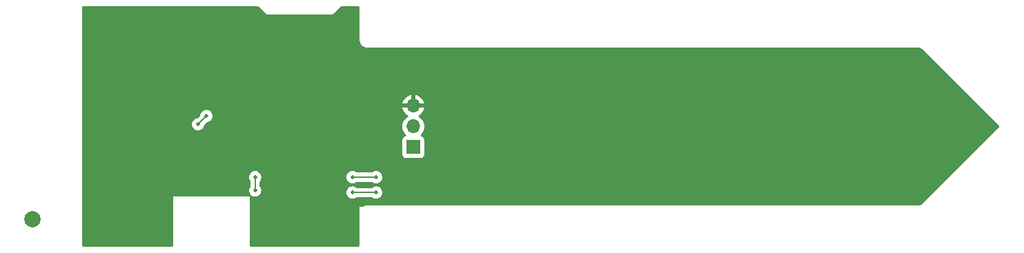
<source format=gbl>
%TF.GenerationSoftware,KiCad,Pcbnew,8.0.2*%
%TF.CreationDate,2024-06-01T12:45:28+02:00*%
%TF.ProjectId,LoraSensor,4c6f7261-5365-46e7-936f-722e6b696361,rev?*%
%TF.SameCoordinates,Original*%
%TF.FileFunction,Copper,L2,Bot*%
%TF.FilePolarity,Positive*%
%FSLAX46Y46*%
G04 Gerber Fmt 4.6, Leading zero omitted, Abs format (unit mm)*
G04 Created by KiCad (PCBNEW 8.0.2) date 2024-06-01 12:45:28*
%MOMM*%
%LPD*%
G01*
G04 APERTURE LIST*
%TA.AperFunction,HeatsinkPad*%
%ADD10R,1.600000X0.500000*%
%TD*%
%TA.AperFunction,ComponentPad*%
%ADD11C,2.000000*%
%TD*%
%TA.AperFunction,ComponentPad*%
%ADD12R,1.700000X1.700000*%
%TD*%
%TA.AperFunction,ComponentPad*%
%ADD13O,1.700000X1.700000*%
%TD*%
%TA.AperFunction,ViaPad*%
%ADD14C,0.500000*%
%TD*%
%TA.AperFunction,Conductor*%
%ADD15C,0.127000*%
%TD*%
G04 APERTURE END LIST*
D10*
%TO.P,U1,7,PAD*%
%TO.N,GND*%
X176031400Y-69886300D03*
%TD*%
D11*
%TO.P,TP3,1,1*%
%TO.N,Net-(AE2-FEED)*%
X147320000Y-85090000D03*
%TD*%
D12*
%TO.P,J6,1,Pin_1*%
%TO.N,/SENSE_SENSOR*%
X194056000Y-76200000D03*
D13*
%TO.P,J6,2,Pin_2*%
%TO.N,/PWM_SENSOR*%
X194056000Y-73660000D03*
%TO.P,J6,3,Pin_3*%
%TO.N,GND*%
X194056000Y-71120000D03*
%TD*%
D14*
%TO.N,GND*%
X158242000Y-73003830D03*
X159258000Y-59563000D03*
X155676600Y-68961000D03*
X173884500Y-68402200D03*
X153924000Y-69310250D03*
X157378400Y-66471800D03*
X155346400Y-78359000D03*
X157378400Y-70281800D03*
X157378400Y-74091800D03*
X159258000Y-75607336D03*
X153924000Y-62261750D03*
X176276000Y-62484000D03*
X154914600Y-61264800D03*
X155321000Y-76911200D03*
X155829000Y-76403200D03*
X154813000Y-77419200D03*
X161417000Y-83185000D03*
X157480000Y-59309000D03*
X153924000Y-72834500D03*
X185775600Y-60604400D03*
X157378400Y-67995800D03*
X155676600Y-73533000D03*
X153924000Y-65786000D03*
X159258000Y-67564002D03*
X155676600Y-71247000D03*
X157378400Y-65709800D03*
X156337000Y-75895200D03*
X157378400Y-72567800D03*
X205740000Y-76708000D03*
X159258000Y-69172668D03*
X159207200Y-74015600D03*
X158242000Y-66823166D03*
X158242000Y-65278000D03*
X157099000Y-61595000D03*
X158242000Y-71458664D03*
X154686000Y-68453000D03*
X159258000Y-70781334D03*
X155676600Y-64312800D03*
X154686000Y-59690000D03*
X173355000Y-72771000D03*
X153797000Y-78435200D03*
X168021000Y-79629000D03*
X202692000Y-70866000D03*
X154914600Y-74726800D03*
X159004000Y-64770000D03*
X157378400Y-74853800D03*
X184150000Y-63246000D03*
X155676600Y-68199000D03*
X157988000Y-76022200D03*
X153924000Y-64023875D03*
X156591000Y-59563000D03*
X155676600Y-69723000D03*
X159258000Y-72390000D03*
X156159200Y-60934600D03*
X155676600Y-65913000D03*
X177596800Y-69900800D03*
X155448000Y-74193400D03*
X153924000Y-67548125D03*
X155676600Y-72771000D03*
X157378400Y-71043800D03*
X177800000Y-79883000D03*
X155676600Y-72009000D03*
X174879000Y-86741000D03*
X158242000Y-69913498D03*
X158394400Y-74803000D03*
X168021000Y-65024000D03*
X173482000Y-62738000D03*
X155676600Y-70485000D03*
X156845000Y-75387200D03*
X154381200Y-75285600D03*
X153847800Y-75844400D03*
X157378400Y-64947800D03*
X199390000Y-74676000D03*
X154660600Y-64897000D03*
X154686000Y-71983600D03*
X171196000Y-61958600D03*
X158013400Y-61188600D03*
X174218600Y-69900800D03*
X157378400Y-69519800D03*
X155676600Y-67437000D03*
X157378400Y-68757800D03*
X157378400Y-67233800D03*
X153924000Y-71072375D03*
X184150000Y-70739000D03*
X156845000Y-77241400D03*
X158089600Y-77317600D03*
X155676600Y-65151000D03*
X157378400Y-73329800D03*
X159258000Y-65955336D03*
X154686000Y-70307200D03*
X153924000Y-60499625D03*
X155448000Y-62890400D03*
X154686000Y-73660000D03*
X155448000Y-63627000D03*
X180721000Y-86741000D03*
X158242000Y-68368332D03*
X159258000Y-61976000D03*
X154305000Y-77927200D03*
X155676600Y-66675000D03*
X155600400Y-62077600D03*
X154686000Y-66675000D03*
X156387800Y-78308200D03*
X157378400Y-71805800D03*
%TO.N,/SENSE*%
X186563000Y-81788000D03*
X189484000Y-81788000D03*
%TO.N,+3V3*%
X168656000Y-72390000D03*
X167640000Y-73406000D03*
%TO.N,/PWM*%
X186563000Y-79883000D03*
X189484000Y-79883000D03*
%TO.N,/SDA*%
X174625000Y-81534000D03*
X174625000Y-79899000D03*
%TD*%
D15*
%TO.N,/SENSE*%
X189484000Y-81788000D02*
X186563000Y-81788000D01*
%TO.N,+3V3*%
X167640000Y-73406000D02*
X168656000Y-72390000D01*
%TO.N,/PWM*%
X186563000Y-79883000D02*
X189484000Y-79883000D01*
%TO.N,/SDA*%
X174625000Y-79899000D02*
X174625000Y-81534000D01*
%TD*%
%TA.AperFunction,Conductor*%
%TO.N,GND*%
G36*
X175068363Y-58940185D02*
G01*
X175089005Y-58956819D01*
X175968686Y-59836500D01*
X176082814Y-59902392D01*
X176210108Y-59936500D01*
X176210110Y-59936500D01*
X183961890Y-59936500D01*
X183961892Y-59936500D01*
X184089186Y-59902392D01*
X184203314Y-59836500D01*
X185082995Y-58956819D01*
X185144318Y-58923334D01*
X185170676Y-58920500D01*
X187335500Y-58920500D01*
X187402539Y-58940185D01*
X187448294Y-58992989D01*
X187459500Y-59044500D01*
X187459500Y-63080234D01*
X187490142Y-63254015D01*
X187550498Y-63419841D01*
X187550499Y-63419842D01*
X187638727Y-63572657D01*
X187638732Y-63572663D01*
X187676989Y-63618256D01*
X187705002Y-63682264D01*
X187706000Y-63697962D01*
X187706000Y-63754000D01*
X187762037Y-63754000D01*
X187829076Y-63773685D01*
X187841742Y-63783010D01*
X187887337Y-63821268D01*
X187887340Y-63821271D01*
X188040157Y-63909500D01*
X188040158Y-63909501D01*
X188040159Y-63909501D01*
X188040162Y-63909503D01*
X188205984Y-63969857D01*
X188379768Y-64000500D01*
X188402108Y-64000500D01*
X256255424Y-64000500D01*
X256255468Y-64000502D01*
X256263703Y-64000501D01*
X256263708Y-64000503D01*
X256281319Y-64000502D01*
X256348356Y-64020180D01*
X256369006Y-64036820D01*
X265904505Y-73572318D01*
X265937990Y-73633641D01*
X265933006Y-73703333D01*
X265904505Y-73747680D01*
X256369005Y-83283179D01*
X256307682Y-83316664D01*
X256281320Y-83319497D01*
X256263708Y-83319497D01*
X256263706Y-83319497D01*
X256255468Y-83319497D01*
X256255424Y-83319500D01*
X188379765Y-83319500D01*
X188205984Y-83350142D01*
X188040158Y-83410498D01*
X188040157Y-83410499D01*
X187887340Y-83498728D01*
X187887337Y-83498731D01*
X187841742Y-83536990D01*
X187777734Y-83565002D01*
X187762037Y-83566000D01*
X187452000Y-83566000D01*
X187452000Y-88275500D01*
X187432315Y-88342539D01*
X187379511Y-88388294D01*
X187328000Y-88399500D01*
X174114000Y-88399502D01*
X174046961Y-88379817D01*
X174001206Y-88327013D01*
X173990000Y-88275502D01*
X173990000Y-82296000D01*
X164592000Y-82296000D01*
X164592000Y-88275505D01*
X164572315Y-88342544D01*
X164519511Y-88388299D01*
X164468000Y-88399505D01*
X153540000Y-88399507D01*
X153472961Y-88379822D01*
X153427206Y-88327018D01*
X153416000Y-88275507D01*
X153416000Y-79898997D01*
X173869751Y-79898997D01*
X173869751Y-79899002D01*
X173888685Y-80067056D01*
X173944545Y-80226694D01*
X173944547Y-80226697D01*
X174038227Y-80375786D01*
X174036970Y-80376575D01*
X174060355Y-80433849D01*
X174061000Y-80446480D01*
X174061000Y-80986519D01*
X174041315Y-81053558D01*
X174034924Y-81062469D01*
X173944547Y-81206302D01*
X173944545Y-81206305D01*
X173888685Y-81365943D01*
X173869751Y-81533997D01*
X173869751Y-81534002D01*
X173888685Y-81702056D01*
X173944545Y-81861694D01*
X173944547Y-81861697D01*
X174034518Y-82004884D01*
X174034523Y-82004890D01*
X174113952Y-82084319D01*
X174135921Y-82124552D01*
X174179973Y-82140728D01*
X174297307Y-82214454D01*
X174297305Y-82214454D01*
X174297309Y-82214455D01*
X174297310Y-82214456D01*
X174369913Y-82239860D01*
X174456943Y-82270314D01*
X174624997Y-82289249D01*
X174625000Y-82289249D01*
X174625003Y-82289249D01*
X174793056Y-82270314D01*
X174825721Y-82258884D01*
X174952690Y-82214456D01*
X174952692Y-82214454D01*
X174952694Y-82214454D01*
X174952697Y-82214452D01*
X175095884Y-82124481D01*
X175095885Y-82124480D01*
X175095890Y-82124477D01*
X175215477Y-82004890D01*
X175305452Y-81861697D01*
X175305454Y-81861694D01*
X175305454Y-81861692D01*
X175305456Y-81861690D01*
X175331242Y-81787997D01*
X185807751Y-81787997D01*
X185807751Y-81788002D01*
X185826685Y-81956056D01*
X185882545Y-82115694D01*
X185882547Y-82115697D01*
X185972518Y-82258884D01*
X185972523Y-82258890D01*
X186092109Y-82378476D01*
X186092115Y-82378481D01*
X186235302Y-82468452D01*
X186235305Y-82468454D01*
X186235309Y-82468455D01*
X186235310Y-82468456D01*
X186307913Y-82493860D01*
X186394943Y-82524314D01*
X186562997Y-82543249D01*
X186563000Y-82543249D01*
X186563003Y-82543249D01*
X186731056Y-82524314D01*
X186731059Y-82524313D01*
X186890690Y-82468456D01*
X186890692Y-82468454D01*
X186890694Y-82468454D01*
X186890697Y-82468452D01*
X187039786Y-82374773D01*
X187040575Y-82376029D01*
X187097849Y-82352645D01*
X187110480Y-82352000D01*
X188936520Y-82352000D01*
X189003559Y-82371685D01*
X189012469Y-82378075D01*
X189156302Y-82468452D01*
X189156305Y-82468454D01*
X189156309Y-82468455D01*
X189156310Y-82468456D01*
X189228913Y-82493860D01*
X189315943Y-82524314D01*
X189483997Y-82543249D01*
X189484000Y-82543249D01*
X189484003Y-82543249D01*
X189652056Y-82524314D01*
X189652059Y-82524313D01*
X189811690Y-82468456D01*
X189811692Y-82468454D01*
X189811694Y-82468454D01*
X189811697Y-82468452D01*
X189954884Y-82378481D01*
X189954885Y-82378480D01*
X189954890Y-82378477D01*
X190074477Y-82258890D01*
X190102398Y-82214454D01*
X190164452Y-82115697D01*
X190164454Y-82115694D01*
X190164454Y-82115692D01*
X190164456Y-82115690D01*
X190220313Y-81956059D01*
X190220313Y-81956058D01*
X190220314Y-81956056D01*
X190239249Y-81788002D01*
X190239249Y-81787997D01*
X190220314Y-81619943D01*
X190164454Y-81460305D01*
X190164452Y-81460302D01*
X190074481Y-81317115D01*
X190074476Y-81317109D01*
X189954890Y-81197523D01*
X189954884Y-81197518D01*
X189811697Y-81107547D01*
X189811694Y-81107545D01*
X189652056Y-81051685D01*
X189484003Y-81032751D01*
X189483997Y-81032751D01*
X189315943Y-81051685D01*
X189156305Y-81107545D01*
X189156302Y-81107547D01*
X189007214Y-81201227D01*
X189006424Y-81199970D01*
X188949151Y-81223355D01*
X188936520Y-81224000D01*
X187110480Y-81224000D01*
X187043441Y-81204315D01*
X187034530Y-81197924D01*
X186890697Y-81107547D01*
X186890694Y-81107545D01*
X186731056Y-81051685D01*
X186563003Y-81032751D01*
X186562997Y-81032751D01*
X186394943Y-81051685D01*
X186235305Y-81107545D01*
X186235302Y-81107547D01*
X186092115Y-81197518D01*
X186092109Y-81197523D01*
X185972523Y-81317109D01*
X185972518Y-81317115D01*
X185882547Y-81460302D01*
X185882545Y-81460305D01*
X185826685Y-81619943D01*
X185807751Y-81787997D01*
X175331242Y-81787997D01*
X175361313Y-81702059D01*
X175361313Y-81702058D01*
X175361314Y-81702056D01*
X175380249Y-81534002D01*
X175380249Y-81533997D01*
X175361314Y-81365943D01*
X175305454Y-81206305D01*
X175305452Y-81206302D01*
X175211773Y-81057214D01*
X175213027Y-81056425D01*
X175189644Y-80999138D01*
X175189000Y-80986519D01*
X175189000Y-80446480D01*
X175208685Y-80379441D01*
X175215075Y-80370530D01*
X175305452Y-80226697D01*
X175305454Y-80226694D01*
X175305454Y-80226692D01*
X175305456Y-80226690D01*
X175361313Y-80067059D01*
X175361313Y-80067058D01*
X175361314Y-80067056D01*
X175380249Y-79899002D01*
X175380249Y-79898997D01*
X175378446Y-79882997D01*
X185807751Y-79882997D01*
X185807751Y-79883002D01*
X185826685Y-80051056D01*
X185882545Y-80210694D01*
X185882547Y-80210697D01*
X185972518Y-80353884D01*
X185972523Y-80353890D01*
X186092109Y-80473476D01*
X186092115Y-80473481D01*
X186235302Y-80563452D01*
X186235305Y-80563454D01*
X186235309Y-80563455D01*
X186235310Y-80563456D01*
X186307913Y-80588860D01*
X186394943Y-80619314D01*
X186562997Y-80638249D01*
X186563000Y-80638249D01*
X186563003Y-80638249D01*
X186731056Y-80619314D01*
X186731059Y-80619313D01*
X186890690Y-80563456D01*
X186890692Y-80563454D01*
X186890694Y-80563454D01*
X186890697Y-80563452D01*
X187039786Y-80469773D01*
X187040575Y-80471029D01*
X187097849Y-80447645D01*
X187110480Y-80447000D01*
X188936520Y-80447000D01*
X189003559Y-80466685D01*
X189012469Y-80473075D01*
X189156302Y-80563452D01*
X189156305Y-80563454D01*
X189156309Y-80563455D01*
X189156310Y-80563456D01*
X189228913Y-80588860D01*
X189315943Y-80619314D01*
X189483997Y-80638249D01*
X189484000Y-80638249D01*
X189484003Y-80638249D01*
X189652056Y-80619314D01*
X189652059Y-80619313D01*
X189811690Y-80563456D01*
X189811692Y-80563454D01*
X189811694Y-80563454D01*
X189811697Y-80563452D01*
X189954884Y-80473481D01*
X189954885Y-80473480D01*
X189954890Y-80473477D01*
X190074477Y-80353890D01*
X190154400Y-80226694D01*
X190164452Y-80210697D01*
X190164454Y-80210694D01*
X190164454Y-80210692D01*
X190164456Y-80210690D01*
X190220313Y-80051059D01*
X190220313Y-80051058D01*
X190220314Y-80051056D01*
X190239249Y-79883002D01*
X190239249Y-79882997D01*
X190220314Y-79714943D01*
X190189860Y-79627913D01*
X190164456Y-79555310D01*
X190164455Y-79555309D01*
X190164454Y-79555305D01*
X190164452Y-79555302D01*
X190074481Y-79412115D01*
X190074476Y-79412109D01*
X189954890Y-79292523D01*
X189954884Y-79292518D01*
X189811697Y-79202547D01*
X189811694Y-79202545D01*
X189652056Y-79146685D01*
X189484003Y-79127751D01*
X189483997Y-79127751D01*
X189315943Y-79146685D01*
X189156305Y-79202545D01*
X189156302Y-79202547D01*
X189007214Y-79296227D01*
X189006424Y-79294970D01*
X188949151Y-79318355D01*
X188936520Y-79319000D01*
X187110480Y-79319000D01*
X187043441Y-79299315D01*
X187034530Y-79292924D01*
X186890697Y-79202547D01*
X186890694Y-79202545D01*
X186731056Y-79146685D01*
X186563003Y-79127751D01*
X186562997Y-79127751D01*
X186394943Y-79146685D01*
X186235305Y-79202545D01*
X186235302Y-79202547D01*
X186092115Y-79292518D01*
X186092109Y-79292523D01*
X185972523Y-79412109D01*
X185972518Y-79412115D01*
X185882547Y-79555302D01*
X185882545Y-79555305D01*
X185826685Y-79714943D01*
X185807751Y-79882997D01*
X175378446Y-79882997D01*
X175361314Y-79730943D01*
X175305454Y-79571305D01*
X175305452Y-79571302D01*
X175215481Y-79428115D01*
X175215476Y-79428109D01*
X175095890Y-79308523D01*
X175095884Y-79308518D01*
X174952697Y-79218547D01*
X174952694Y-79218545D01*
X174793056Y-79162685D01*
X174625003Y-79143751D01*
X174624997Y-79143751D01*
X174456943Y-79162685D01*
X174297305Y-79218545D01*
X174297302Y-79218547D01*
X174154115Y-79308518D01*
X174154109Y-79308523D01*
X174034523Y-79428109D01*
X174034518Y-79428115D01*
X173944547Y-79571302D01*
X173944545Y-79571305D01*
X173888685Y-79730943D01*
X173869751Y-79898997D01*
X153416000Y-79898997D01*
X153416000Y-73405997D01*
X166884751Y-73405997D01*
X166884751Y-73406002D01*
X166903685Y-73574056D01*
X166959545Y-73733694D01*
X166959547Y-73733697D01*
X167049518Y-73876884D01*
X167049523Y-73876890D01*
X167169109Y-73996476D01*
X167169115Y-73996481D01*
X167312302Y-74086452D01*
X167312305Y-74086454D01*
X167312309Y-74086455D01*
X167312310Y-74086456D01*
X167384913Y-74111860D01*
X167471943Y-74142314D01*
X167639997Y-74161249D01*
X167640000Y-74161249D01*
X167640003Y-74161249D01*
X167808056Y-74142314D01*
X167808059Y-74142313D01*
X167967690Y-74086456D01*
X167967692Y-74086454D01*
X167967694Y-74086454D01*
X167967697Y-74086452D01*
X168110884Y-73996481D01*
X168110885Y-73996480D01*
X168110890Y-73996477D01*
X168230477Y-73876890D01*
X168256298Y-73835797D01*
X168320452Y-73733697D01*
X168320454Y-73733694D01*
X168320454Y-73733692D01*
X168320456Y-73733690D01*
X168346241Y-73659999D01*
X192700341Y-73659999D01*
X192700341Y-73660000D01*
X192720936Y-73895403D01*
X192720938Y-73895413D01*
X192782094Y-74123655D01*
X192782096Y-74123659D01*
X192782097Y-74123663D01*
X192869331Y-74310737D01*
X192881965Y-74337830D01*
X192881967Y-74337834D01*
X192906680Y-74373127D01*
X193017501Y-74531396D01*
X193017506Y-74531402D01*
X193139430Y-74653326D01*
X193172915Y-74714649D01*
X193167931Y-74784341D01*
X193126059Y-74840274D01*
X193095083Y-74857189D01*
X192963669Y-74906203D01*
X192963664Y-74906206D01*
X192848455Y-74992452D01*
X192848452Y-74992455D01*
X192762206Y-75107664D01*
X192762202Y-75107671D01*
X192711908Y-75242517D01*
X192705501Y-75302116D01*
X192705501Y-75302123D01*
X192705500Y-75302135D01*
X192705500Y-77097870D01*
X192705501Y-77097876D01*
X192711908Y-77157483D01*
X192762202Y-77292328D01*
X192762206Y-77292335D01*
X192848452Y-77407544D01*
X192848455Y-77407547D01*
X192963664Y-77493793D01*
X192963671Y-77493797D01*
X193098517Y-77544091D01*
X193098516Y-77544091D01*
X193105444Y-77544835D01*
X193158127Y-77550500D01*
X194953872Y-77550499D01*
X195013483Y-77544091D01*
X195148331Y-77493796D01*
X195263546Y-77407546D01*
X195349796Y-77292331D01*
X195400091Y-77157483D01*
X195406500Y-77097873D01*
X195406499Y-75302128D01*
X195400091Y-75242517D01*
X195349796Y-75107669D01*
X195349795Y-75107668D01*
X195349793Y-75107664D01*
X195263547Y-74992455D01*
X195263544Y-74992452D01*
X195148335Y-74906206D01*
X195148328Y-74906202D01*
X195016917Y-74857189D01*
X194960983Y-74815318D01*
X194936566Y-74749853D01*
X194951418Y-74681580D01*
X194972563Y-74653332D01*
X195094495Y-74531401D01*
X195230035Y-74337830D01*
X195329903Y-74123663D01*
X195391063Y-73895408D01*
X195411659Y-73660000D01*
X195391063Y-73424592D01*
X195329903Y-73196337D01*
X195230035Y-72982171D01*
X195228849Y-72980476D01*
X195094494Y-72788597D01*
X194927402Y-72621506D01*
X194927401Y-72621505D01*
X194741405Y-72491269D01*
X194697781Y-72436692D01*
X194690588Y-72367193D01*
X194722110Y-72304839D01*
X194741405Y-72288119D01*
X194927082Y-72158105D01*
X195094105Y-71991082D01*
X195229600Y-71797578D01*
X195329429Y-71583492D01*
X195329432Y-71583486D01*
X195386636Y-71370000D01*
X194489012Y-71370000D01*
X194521925Y-71312993D01*
X194556000Y-71185826D01*
X194556000Y-71054174D01*
X194521925Y-70927007D01*
X194489012Y-70870000D01*
X195386636Y-70870000D01*
X195386635Y-70869999D01*
X195329432Y-70656513D01*
X195329429Y-70656507D01*
X195229600Y-70442422D01*
X195229599Y-70442420D01*
X195094113Y-70248926D01*
X195094108Y-70248920D01*
X194927082Y-70081894D01*
X194733578Y-69946399D01*
X194519492Y-69846570D01*
X194519486Y-69846567D01*
X194306000Y-69789364D01*
X194306000Y-70686988D01*
X194248993Y-70654075D01*
X194121826Y-70620000D01*
X193990174Y-70620000D01*
X193863007Y-70654075D01*
X193806000Y-70686988D01*
X193806000Y-69789364D01*
X193805999Y-69789364D01*
X193592513Y-69846567D01*
X193592507Y-69846570D01*
X193378422Y-69946399D01*
X193378420Y-69946400D01*
X193184926Y-70081886D01*
X193184920Y-70081891D01*
X193017891Y-70248920D01*
X193017886Y-70248926D01*
X192882400Y-70442420D01*
X192882399Y-70442422D01*
X192782570Y-70656507D01*
X192782567Y-70656513D01*
X192725364Y-70869999D01*
X192725364Y-70870000D01*
X193622988Y-70870000D01*
X193590075Y-70927007D01*
X193556000Y-71054174D01*
X193556000Y-71185826D01*
X193590075Y-71312993D01*
X193622988Y-71370000D01*
X192725364Y-71370000D01*
X192782567Y-71583486D01*
X192782570Y-71583492D01*
X192882399Y-71797578D01*
X193017894Y-71991082D01*
X193184917Y-72158105D01*
X193370595Y-72288119D01*
X193414219Y-72342696D01*
X193421412Y-72412195D01*
X193389890Y-72474549D01*
X193370595Y-72491269D01*
X193184594Y-72621508D01*
X193017505Y-72788597D01*
X192881965Y-72982169D01*
X192881964Y-72982171D01*
X192782098Y-73196335D01*
X192782094Y-73196344D01*
X192720938Y-73424586D01*
X192720936Y-73424596D01*
X192700341Y-73659999D01*
X168346241Y-73659999D01*
X168376313Y-73574059D01*
X168376510Y-73572318D01*
X168385011Y-73496862D01*
X168412077Y-73432448D01*
X168420540Y-73423074D01*
X168673066Y-73170548D01*
X168734387Y-73137065D01*
X168746862Y-73135011D01*
X168824054Y-73126314D01*
X168824057Y-73126313D01*
X168824059Y-73126313D01*
X168983690Y-73070456D01*
X168983692Y-73070454D01*
X168983694Y-73070454D01*
X168983697Y-73070452D01*
X169126884Y-72980481D01*
X169126885Y-72980480D01*
X169126890Y-72980477D01*
X169246477Y-72860890D01*
X169274983Y-72815523D01*
X169336452Y-72717697D01*
X169336454Y-72717694D01*
X169336454Y-72717692D01*
X169336456Y-72717690D01*
X169392313Y-72558059D01*
X169392313Y-72558058D01*
X169392314Y-72558056D01*
X169411249Y-72390002D01*
X169411249Y-72389997D01*
X169392314Y-72221943D01*
X169336454Y-72062305D01*
X169336452Y-72062302D01*
X169246481Y-71919115D01*
X169246476Y-71919109D01*
X169126890Y-71799523D01*
X169126884Y-71799518D01*
X168983697Y-71709547D01*
X168983694Y-71709545D01*
X168824056Y-71653685D01*
X168656003Y-71634751D01*
X168655997Y-71634751D01*
X168487943Y-71653685D01*
X168328305Y-71709545D01*
X168328302Y-71709547D01*
X168185115Y-71799518D01*
X168185109Y-71799523D01*
X168065523Y-71919109D01*
X168065518Y-71919115D01*
X167975547Y-72062302D01*
X167975544Y-72062307D01*
X167919687Y-72221941D01*
X167910988Y-72299138D01*
X167883920Y-72363551D01*
X167875449Y-72372933D01*
X167622933Y-72625449D01*
X167561610Y-72658934D01*
X167549138Y-72660988D01*
X167471941Y-72669687D01*
X167312307Y-72725544D01*
X167312302Y-72725547D01*
X167169115Y-72815518D01*
X167169109Y-72815523D01*
X167049523Y-72935109D01*
X167049518Y-72935115D01*
X166959547Y-73078302D01*
X166959545Y-73078305D01*
X166903685Y-73237943D01*
X166884751Y-73405997D01*
X153416000Y-73405997D01*
X153416000Y-59044500D01*
X153435685Y-58977461D01*
X153488489Y-58931706D01*
X153540000Y-58920500D01*
X175001324Y-58920500D01*
X175068363Y-58940185D01*
G37*
%TD.AperFunction*%
%TD*%
M02*

</source>
